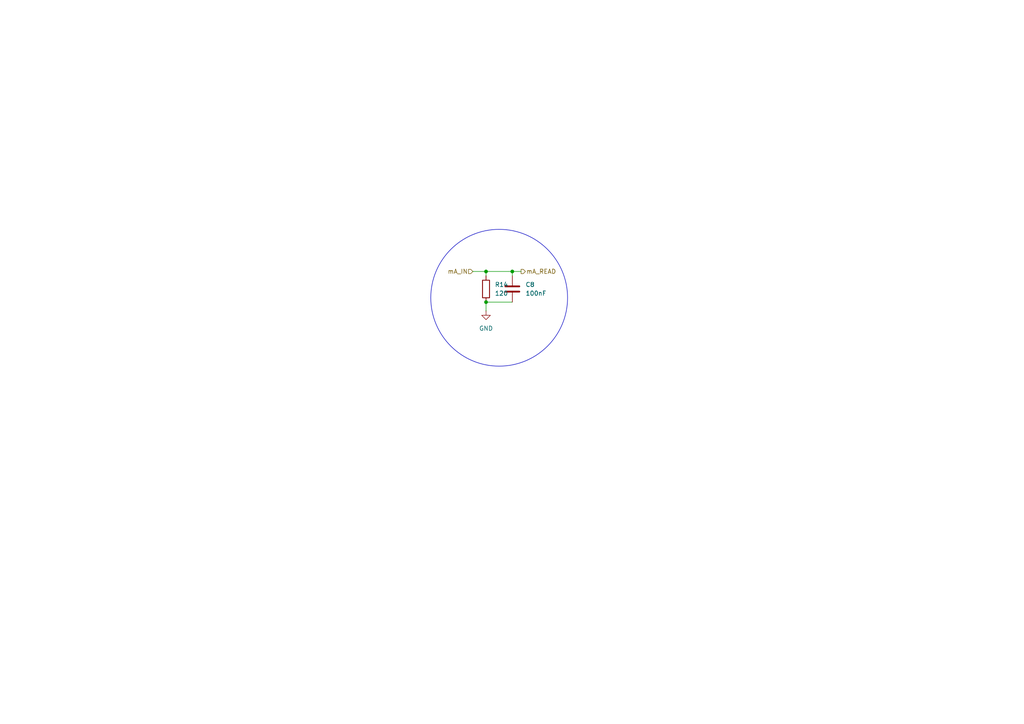
<source format=kicad_sch>
(kicad_sch (version 20250114) (generator "eeschema") (generator_version "9.0")
  (paper "A4")
  (lib_symbols
    (symbol "Device:C" (pin_numbers (hide yes)) (pin_names (offset 0.254))
      (property "Reference" "C" (at 0.635 2.54 0))
      (property "Value" "C" (at 0.635 -2.54 0))
      (symbol "C_0_1"
        (polyline (pts (xy -2.032 0.762) (xy 2.032 0.762)) (stroke (width 0.508)))
        (polyline (pts (xy -2.032 -0.762) (xy 2.032 -0.762)) (stroke (width 0.508)))
      )
      (symbol "C_1_1"
        (pin passive line (at 0 3.81 270) (length 2.794) (name "~") (number "1"))
        (pin passive line (at 0 -3.81 90) (length 2.794) (name "~") (number "2"))
      )
    )
    (symbol "Device:R" (pin_numbers (hide yes)) (pin_names (offset 0))
      (property "Reference" "R" (at 2.032 0 90))
      (property "Value" "R" (at 0 0 90))
      (symbol "R_0_1"
        (rectangle (start -1.016 -2.54) (end 1.016 2.54) (stroke (width 0.254)))
      )
      (symbol "R_1_1"
        (pin passive line (at 0 3.81 270) (length 1.27) (name "~") (number "1"))
        (pin passive line (at 0 -3.81 90) (length 1.27) (name "~") (number "2"))
      )
    )
    (symbol "power:GND" (power) (pin_numbers (hide yes)) (pin_names (offset 0) (hide yes))
      (property "Value" "GND" (at 0 -3.81 0))
      (symbol "GND_0_1"
        (polyline (pts (xy 0 0) (xy 0 -1.27) (xy 1.27 -1.27) (xy 0 -2.54) (xy -1.27 -1.27) (xy 0 -1.27)))
      )
      (symbol "GND_1_1"
        (pin power_in line (at 0 0 270) (length 0) (name "~") (number "1"))
      )
    )
  )
  (circle (center 144.78 86.36) (radius 19.838))
  (junction (at 140.97 87.63))
  (junction (at 140.97 78.74))
  (junction (at 148.59 78.74))
  (wire (pts (xy 140.97 78.74) (xy 140.97 80.01)))
  (wire (pts (xy 148.59 78.74) (xy 151.13 78.74)))
  (wire (pts (xy 137.16 78.74) (xy 140.97 78.74)))
  (wire (pts (xy 140.97 87.63) (xy 148.59 87.63)))
  (wire (pts (xy 148.59 78.74) (xy 148.59 80.01)))
  (wire (pts (xy 140.97 78.74) (xy 148.59 78.74)))
  (wire (pts (xy 140.97 87.63) (xy 140.97 90.17)))
  (hierarchical_label "mA_IN" (shape input) (at 137.16 78.74 180))
  (hierarchical_label "mA_READ" (shape output) (at 151.13 78.74 0))
  (symbol (lib_id "Device:R") (at 140.97 83.82 180) (unit 1)
    (property "Reference" "R13" (at 143.51 82.5499 0) (effects (justify right)))
    (property "Value" "120" (at 143.51 85.0899 0) (effects (justify right)))
    (property "Footprint" "Resistor_SMD:R_0603_1608Metric" (effects (hide yes)))
    (property "Description" "Resistor" (effects (hide yes)))
    (property "Tolerance" "0.1-1%" (effects (hide yes)))
    (instances (project "" (path "" (reference "R14") (unit 1)) (path "" (reference "R13") (unit 1))) (project "NIVARA_ZorionX_BOARD" (path "" (reference "R?") (unit 1)) (path "" (reference "R?") (unit 1))))
  )
  (symbol (lib_id "Device:C") (at 148.59 83.82 0) (unit 1)
    (property "Reference" "C7" (at 152.4 82.5499 0) (effects (justify left)))
    (property "Value" "100nF" (at 152.4 85.0899 0) (effects (justify left)))
    (property "Footprint" "Capacitor_SMD:C_0805_2012Metric" (effects (hide yes)))
    (property "Description" "Unpolarized capacitor" (effects (hide yes)))
    (instances (project "NIVARA" (path "" (reference "C8") (unit 1)) (path "" (reference "C7") (unit 1))) (project "NIVARA_ZorionX_BOARD" (path "" (reference "C?") (unit 1)) (path "" (reference "C?") (unit 1))))
  )
  (symbol (lib_id "power:GND") (at 140.97 90.17 0) (unit 1)
    (property "Reference" "#PWR037" (effects (hide yes)))
    (property "Value" "GND" (at 140.97 95.25 0))
    (property "Description" "Power symbol creates a global label with name \"GND\" , ground" (effects (hide yes)))
    (instances (project "" (path "" (reference "#PWR038") (unit 1)) (path "" (reference "#PWR037") (unit 1))) (project "NIVARA_ZorionX_BOARD" (path "" (reference "#PWR?") (unit 1)) (path "" (reference "#PWR?") (unit 1))))
  )
)
</source>
